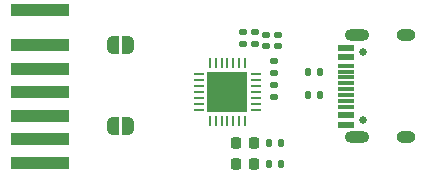
<source format=gbr>
%TF.GenerationSoftware,KiCad,Pcbnew,7.0.5-0*%
%TF.CreationDate,2023-07-20T10:36:23-05:00*%
%TF.ProjectId,DCSDv2_CP2102N,44435344-7632-45f4-9350-323130324e2e,rev?*%
%TF.SameCoordinates,Original*%
%TF.FileFunction,Soldermask,Bot*%
%TF.FilePolarity,Negative*%
%FSLAX46Y46*%
G04 Gerber Fmt 4.6, Leading zero omitted, Abs format (unit mm)*
G04 Created by KiCad (PCBNEW 7.0.5-0) date 2023-07-20 10:36:23*
%MOMM*%
%LPD*%
G01*
G04 APERTURE LIST*
G04 Aperture macros list*
%AMRoundRect*
0 Rectangle with rounded corners*
0 $1 Rounding radius*
0 $2 $3 $4 $5 $6 $7 $8 $9 X,Y pos of 4 corners*
0 Add a 4 corners polygon primitive as box body*
4,1,4,$2,$3,$4,$5,$6,$7,$8,$9,$2,$3,0*
0 Add four circle primitives for the rounded corners*
1,1,$1+$1,$2,$3*
1,1,$1+$1,$4,$5*
1,1,$1+$1,$6,$7*
1,1,$1+$1,$8,$9*
0 Add four rect primitives between the rounded corners*
20,1,$1+$1,$2,$3,$4,$5,0*
20,1,$1+$1,$4,$5,$6,$7,0*
20,1,$1+$1,$6,$7,$8,$9,0*
20,1,$1+$1,$8,$9,$2,$3,0*%
%AMFreePoly0*
4,1,19,0.500000,-0.750000,0.000000,-0.750000,0.000000,-0.744911,-0.071157,-0.744911,-0.207708,-0.704816,-0.327430,-0.627875,-0.420627,-0.520320,-0.479746,-0.390866,-0.500000,-0.250000,-0.500000,0.250000,-0.479746,0.390866,-0.420627,0.520320,-0.327430,0.627875,-0.207708,0.704816,-0.071157,0.744911,0.000000,0.744911,0.000000,0.750000,0.500000,0.750000,0.500000,-0.750000,0.500000,-0.750000,
$1*%
%AMFreePoly1*
4,1,19,0.000000,0.744911,0.071157,0.744911,0.207708,0.704816,0.327430,0.627875,0.420627,0.520320,0.479746,0.390866,0.500000,0.250000,0.500000,-0.250000,0.479746,-0.390866,0.420627,-0.520320,0.327430,-0.627875,0.207708,-0.704816,0.071157,-0.744911,0.000000,-0.744911,0.000000,-0.750000,-0.500000,-0.750000,-0.500000,0.750000,0.000000,0.750000,0.000000,0.744911,0.000000,0.744911,
$1*%
G04 Aperture macros list end*
%ADD10R,5.000000X1.000000*%
%ADD11RoundRect,0.135000X0.185000X-0.135000X0.185000X0.135000X-0.185000X0.135000X-0.185000X-0.135000X0*%
%ADD12FreePoly0,180.000000*%
%ADD13FreePoly1,180.000000*%
%ADD14RoundRect,0.218750X-0.218750X-0.256250X0.218750X-0.256250X0.218750X0.256250X-0.218750X0.256250X0*%
%ADD15RoundRect,0.062500X-0.062500X0.337500X-0.062500X-0.337500X0.062500X-0.337500X0.062500X0.337500X0*%
%ADD16RoundRect,0.062500X-0.337500X0.062500X-0.337500X-0.062500X0.337500X-0.062500X0.337500X0.062500X0*%
%ADD17R,3.350000X3.350000*%
%ADD18RoundRect,0.140000X0.170000X-0.140000X0.170000X0.140000X-0.170000X0.140000X-0.170000X-0.140000X0*%
%ADD19RoundRect,0.135000X-0.135000X-0.185000X0.135000X-0.185000X0.135000X0.185000X-0.135000X0.185000X0*%
%ADD20C,0.650000*%
%ADD21R,1.450000X0.600000*%
%ADD22R,1.450000X0.300000*%
%ADD23O,1.600000X1.000000*%
%ADD24O,2.100000X1.000000*%
%ADD25RoundRect,0.135000X0.135000X0.185000X-0.135000X0.185000X-0.135000X-0.185000X0.135000X-0.185000X0*%
G04 APERTURE END LIST*
D10*
%TO.C,U2*%
X135473810Y-96300000D03*
X135473810Y-94300000D03*
X135473810Y-92300000D03*
X135473810Y-90300000D03*
X135473810Y-88300000D03*
X135473810Y-98300000D03*
X135473810Y-85300000D03*
%TD*%
D11*
%TO.C,R3*%
X155273810Y-90710000D03*
X155273810Y-89690000D03*
%TD*%
D12*
%TO.C,JP2*%
X142963810Y-88275000D03*
D13*
X141663810Y-88275000D03*
%TD*%
D14*
%TO.C,D2*%
X152086310Y-96610000D03*
X153661310Y-96610000D03*
%TD*%
%TO.C,D1*%
X152086310Y-98400000D03*
X153661310Y-98400000D03*
%TD*%
D15*
%TO.C,U1*%
X149873810Y-89850000D03*
X150373810Y-89850000D03*
X150873810Y-89850000D03*
X151373810Y-89850000D03*
X151873810Y-89850000D03*
X152373810Y-89850000D03*
X152873810Y-89850000D03*
D16*
X153823810Y-90800000D03*
X153823810Y-91300000D03*
X153823810Y-91800000D03*
X153823810Y-92300000D03*
X153823810Y-92800000D03*
X153823810Y-93300000D03*
X153823810Y-93800000D03*
D15*
X152873810Y-94750000D03*
X152373810Y-94750000D03*
X151873810Y-94750000D03*
X151373810Y-94750000D03*
X150873810Y-94750000D03*
X150373810Y-94750000D03*
X149873810Y-94750000D03*
D16*
X148923810Y-93800000D03*
X148923810Y-93300000D03*
X148923810Y-92800000D03*
X148923810Y-92300000D03*
X148923810Y-91800000D03*
X148923810Y-91300000D03*
X148923810Y-90800000D03*
D17*
X151373810Y-92300000D03*
%TD*%
D18*
%TO.C,C2*%
X155673810Y-88400000D03*
X155673810Y-87440000D03*
%TD*%
D19*
%TO.C,R6*%
X154903810Y-96580000D03*
X155923810Y-96580000D03*
%TD*%
D20*
%TO.C,P1*%
X162873810Y-88910000D03*
X162873810Y-94690000D03*
D21*
X161428810Y-88550000D03*
X161428810Y-89350000D03*
D22*
X161428810Y-90550000D03*
X161428810Y-91550000D03*
X161428810Y-92050000D03*
X161428810Y-93050000D03*
D21*
X161428810Y-94250000D03*
X161428810Y-95050000D03*
X161428810Y-95050000D03*
X161428810Y-94250000D03*
D22*
X161428810Y-93550000D03*
X161428810Y-92550000D03*
X161428810Y-91050000D03*
X161428810Y-90050000D03*
D21*
X161428810Y-89350000D03*
X161428810Y-88550000D03*
D23*
X166523810Y-87480000D03*
D24*
X162343810Y-87480000D03*
D23*
X166523810Y-96120000D03*
D24*
X162343810Y-96120000D03*
%TD*%
D18*
%TO.C,C1*%
X154673810Y-88400000D03*
X154673810Y-87440000D03*
%TD*%
D12*
%TO.C,JP1*%
X142950000Y-95150000D03*
D13*
X141650000Y-95150000D03*
%TD*%
D19*
%TO.C,R5*%
X154903810Y-98380000D03*
X155923810Y-98380000D03*
%TD*%
D11*
%TO.C,R4*%
X155273810Y-92710000D03*
X155273810Y-91690000D03*
%TD*%
D18*
%TO.C,C4*%
X152673810Y-88200000D03*
X152673810Y-87240000D03*
%TD*%
%TO.C,C3*%
X153673810Y-88200000D03*
X153673810Y-87240000D03*
%TD*%
D25*
%TO.C,R1*%
X159183810Y-90600000D03*
X158163810Y-90600000D03*
%TD*%
%TO.C,R2*%
X159183810Y-92500000D03*
X158163810Y-92500000D03*
%TD*%
M02*

</source>
